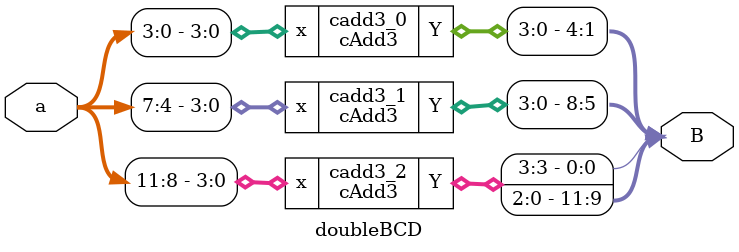
<source format=v>

module cAdd3(input wire [3:0] x, output wire [3:0] Y);

// Input: 4-bit wire "x" (representing a BCD digit)
// Output: 4-bit wire "Y" 
   
//  Increment x by 3 if it is 5 or greater.
//  Use a single continuous assignment statement.
//  The Veriog comparison  operators are : ==, !=, >, <, >=, <=

	assign Y = (x == 4'b0101) ? 4'b1000 : 
		   (x == 4'b0110) ? 4'b1001 : 
                   (x == 4'b0111) ? 4'b1010 :
		   (x == 4'b1000) ? 4'b1011 :
	   	   (x == 4'b1001) ? 4'b1100 : x;

endmodule 

/* ********************************************************************* */

module doubleBCD(input wire [11:0] a, output wire [11:0] B);
  
// Input:  12-bit wire "a" representing BCD integer  between 0 and 499.
// Output: 12 bit wire "B" representing BCD integer  "2 x a". 
   
// Note: There is no overflow as long as the input is less than 500.
// METHOD: Instantiate 3 "cAdd3" modules. Wire up the modules using any glue logic needed.

	cAdd3 cadd3_0 (a[3:0], B[4:1]);
	cAdd3 cadd3_1 (a[7:4], B[8:5]);
	cAdd3 cadd3_2 (a[11:8], {B[0],B[11:9]});
   
endmodule 

/* ********************************************************************* */



</source>
